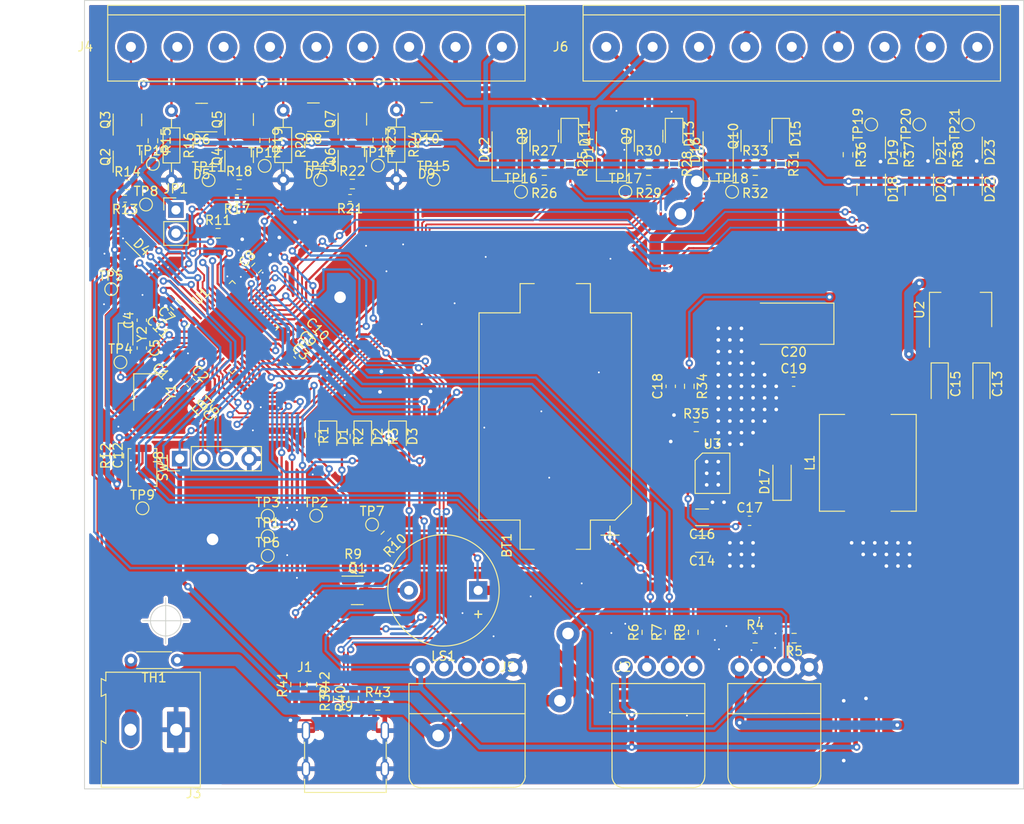
<source format=kicad_pcb>
(kicad_pcb (version 20211014) (generator pcbnew)

  (general
    (thickness 1.6)
  )

  (paper "A4")
  (title_block
    (title "FloatPUMP Basic Boards")
    (date "2022-11-22")
    (rev "1.0")
    (company "www.robtor.de")
  )

  (layers
    (0 "F.Cu" signal)
    (31 "B.Cu" signal)
    (32 "B.Adhes" user "B.Adhesive")
    (33 "F.Adhes" user "F.Adhesive")
    (34 "B.Paste" user)
    (35 "F.Paste" user)
    (36 "B.SilkS" user "B.Silkscreen")
    (37 "F.SilkS" user "F.Silkscreen")
    (38 "B.Mask" user)
    (39 "F.Mask" user)
    (40 "Dwgs.User" user "User.Drawings")
    (41 "Cmts.User" user "User.Comments")
    (42 "Eco1.User" user "User.Eco1")
    (43 "Eco2.User" user "User.Eco2")
    (44 "Edge.Cuts" user)
    (45 "Margin" user)
    (46 "B.CrtYd" user "B.Courtyard")
    (47 "F.CrtYd" user "F.Courtyard")
    (48 "B.Fab" user)
    (49 "F.Fab" user)
    (50 "User.1" user)
    (51 "User.2" user)
    (52 "User.3" user)
    (53 "User.4" user)
    (54 "User.5" user)
    (55 "User.6" user)
    (56 "User.7" user)
    (57 "User.8" user)
    (58 "User.9" user)
  )

  (setup
    (stackup
      (layer "F.SilkS" (type "Top Silk Screen"))
      (layer "F.Paste" (type "Top Solder Paste"))
      (layer "F.Mask" (type "Top Solder Mask") (thickness 0.01))
      (layer "F.Cu" (type "copper") (thickness 0.035))
      (layer "dielectric 1" (type "core") (thickness 1.51) (material "FR4") (epsilon_r 4.5) (loss_tangent 0.02))
      (layer "B.Cu" (type "copper") (thickness 0.035))
      (layer "B.Mask" (type "Bottom Solder Mask") (thickness 0.01))
      (layer "B.Paste" (type "Bottom Solder Paste"))
      (layer "B.SilkS" (type "Bottom Silk Screen"))
      (copper_finish "None")
      (dielectric_constraints no)
    )
    (pad_to_mask_clearance 0)
    (pcbplotparams
      (layerselection 0x00010fc_ffffffff)
      (disableapertmacros false)
      (usegerberextensions false)
      (usegerberattributes true)
      (usegerberadvancedattributes true)
      (creategerberjobfile true)
      (svguseinch false)
      (svgprecision 6)
      (excludeedgelayer true)
      (plotframeref false)
      (viasonmask false)
      (mode 1)
      (useauxorigin false)
      (hpglpennumber 1)
      (hpglpenspeed 20)
      (hpglpendiameter 15.000000)
      (dxfpolygonmode true)
      (dxfimperialunits true)
      (dxfusepcbnewfont true)
      (psnegative false)
      (psa4output false)
      (plotreference true)
      (plotvalue true)
      (plotinvisibletext false)
      (sketchpadsonfab false)
      (subtractmaskfromsilk false)
      (outputformat 1)
      (mirror false)
      (drillshape 1)
      (scaleselection 1)
      (outputdirectory "")
    )
  )

  (net 0 "")
  (net 1 "/cryst1+")
  (net 2 "GND")
  (net 3 "/cryst1-")
  (net 4 "Net-(C3-Pad1)")
  (net 5 "/cryst2+")
  (net 6 "/cryst2-")
  (net 7 "Net-(C6-Pad1)")
  (net 8 "/VBAT")
  (net 9 "/NRST")
  (net 10 "Net-(D1-Pad1)")
  (net 11 "+3.3V")
  (net 12 "Net-(D2-Pad1)")
  (net 13 "Net-(D3-Pad1)")
  (net 14 "/VB")
  (net 15 "T11")
  (net 16 "T13")
  (net 17 "T15")
  (net 18 "T17")
  (net 19 "Net-(C17-Pad1)")
  (net 20 "Net-(C17-Pad2)")
  (net 21 "T20")
  (net 22 "Net-(D11-Pad2)")
  (net 23 "/GPI0")
  (net 24 "/GPI1")
  (net 25 "/GPI2")
  (net 26 "/RRDT")
  (net 27 "/RRCLK")
  (net 28 "/RRSW")
  (net 29 "+5V")
  (net 30 "/I2C1_SDA")
  (net 31 "/I2C1_SCL")
  (net 32 "/USART1_TX")
  (net 33 "/USART1_RX")
  (net 34 "/SWDIO")
  (net 35 "/SWCLK")
  (net 36 "T22")
  (net 37 "unconnected-(J9-PadA8)")
  (net 38 "unconnected-(J9-PadB8)")
  (net 39 "T10")
  (net 40 "T12")
  (net 41 "T14")
  (net 42 "/BOOT0")
  (net 43 "T24")
  (net 44 "T26")
  (net 45 "T28")
  (net 46 "Net-(D13-Pad2)")
  (net 47 "Net-(LS1-Pad2)")
  (net 48 "Net-(Q2-Pad1)")
  (net 49 "Net-(Q2-Pad3)")
  (net 50 "Net-(D15-Pad2)")
  (net 51 "Net-(Q8-Pad1)")
  (net 52 "Net-(Q9-Pad1)")
  (net 53 "Net-(Q10-Pad1)")
  (net 54 "/LED0")
  (net 55 "/LED1")
  (net 56 "/LED2")
  (net 57 "/LED5")
  (net 58 "/LED4")
  (net 59 "/LED3")
  (net 60 "/BEEP")
  (net 61 "/MPWR0")
  (net 62 "/MPWR1")
  (net 63 "/MPWR2")
  (net 64 "/OCHAN0")
  (net 65 "/OCHAN1")
  (net 66 "/OCHAN2")
  (net 67 "/usb_conn/U_D-")
  (net 68 "/USB_FS_D-")
  (net 69 "/usb_conn/U_D+")
  (net 70 "/USB_FS_D+")
  (net 71 "/usb_conn/U_VBUS")
  (net 72 "/USB_FS_VBUS")
  (net 73 "/usb_conn/CC")
  (net 74 "Net-(Q1-Pad1)")
  (net 75 "Net-(Q4-Pad1)")
  (net 76 "Net-(Q4-Pad3)")
  (net 77 "Net-(Q6-Pad1)")
  (net 78 "Net-(Q6-Pad3)")
  (net 79 "Net-(C18-Pad1)")
  (net 80 "Net-(TP4-Pad1)")
  (net 81 "Net-(U3-Pad6)")
  (net 82 "T16")
  (net 83 "T23")
  (net 84 "Net-(J5-Pad2)")
  (net 85 "Net-(J5-Pad3)")
  (net 86 "Net-(J5-Pad4)")
  (net 87 "Net-(J3-Pad2)")

  (footprint "Package_TO_SOT_SMD:SOT-23" (layer "F.Cu") (at 42.3395 89.49575 90))

  (footprint "Resistor_SMD:R_0603_1608Metric" (layer "F.Cu") (at 48.819451 110.461996 -45))

  (footprint "Resistor_SMD:R_0603_1608Metric" (layer "F.Cu") (at 49.911651 109.395196 -45))

  (footprint "TestPoint:TestPoint_Pad_D1.0mm" (layer "F.Cu") (at 57.531 90.4725))

  (footprint "Resistor_SMD:R_0603_1608Metric" (layer "F.Cu") (at 86.995 141.605 90))

  (footprint "Package_TO_SOT_SMD:SOT-23" (layer "F.Cu") (at 38.227 85.217 180))

  (footprint "Resistor_SMD:R_0603_1608Metric" (layer "F.Cu") (at 57.531 87.6785 -90))

  (footprint "TestPoint:TestPoint_Pad_D1.0mm" (layer "F.Cu") (at 84.648 93.343))

  (footprint "LED_SMD:LED_0805_2012Metric" (layer "F.Cu") (at 89.982 86.993 -90))

  (footprint "TerminalBlock:TerminalBlock_Altech_AK300-2_P5.00mm" (layer "F.Cu") (at 35.433 152.273 180))

  (footprint "Capacitor_SMD:C_0603_1608Metric" (layer "F.Cu") (at 98.2472 129.3876))

  (footprint "TestPoint:TestPoint_Pad_D1.0mm" (layer "F.Cu") (at 111.572 85.979 90))

  (footprint "Resistor_SMD:R_0603_1608Metric" (layer "F.Cu") (at 75.758 92.073 180))

  (footprint "Crystal:Crystal_SMD_2012-2Pin_2.0x1.2mm" (layer "F.Cu") (at 29.896451 108.937996 -90))

  (footprint "Resistor_SMD:R_0603_1608Metric" (layer "F.Cu") (at 53.975 120.142 -90))

  (footprint "Diode_SMD:D_SOD-123F" (layer "F.Cu") (at 101.8032 124.9426 90))

  (footprint "Connector_USB:USB_C_Receptacle_Palconn_UTC16-G" (layer "F.Cu") (at 53.975 154.305))

  (footprint "Resistor_THT:R_Axial_DIN0204_L3.6mm_D1.6mm_P7.62mm_Horizontal" (layer "F.Cu") (at 34.925 84.455 -90))

  (footprint "Resistor_SMD:R_0603_1608Metric" (layer "F.Cu") (at 101.666 90.295 -90))

  (footprint "Resistor_SMD:R_0402_1005Metric" (layer "F.Cu") (at 54.483 94.0285 180))

  (footprint "TestPoint:TestPoint_Pad_D1.0mm" (layer "F.Cu") (at 63.627 91.9965))

  (footprint "custom_parts:CAMBLOCK CTB0509-9" (layer "F.Cu") (at 30.48 77.47))

  (footprint "Package_TO_SOT_SMD:SOT-23" (layer "F.Cu") (at 54.737 85.3925 90))

  (footprint "Resistor_SMD:R_0603_1608Metric" (layer "F.Cu") (at 91.6432 114.6556 -90))

  (footprint "Package_TO_SOT_SMD:SOT-23" (layer "F.Cu") (at 98.872 87.247 90))

  (footprint "Capacitor_SMD:C_0603_1608Metric" (layer "F.Cu") (at 38.278451 116.557996 -135))

  (footprint "Resistor_SMD:R_0603_1608Metric" (layer "F.Cu") (at 48.514 147.32 90))

  (footprint "custom_parts:2542R-04" (layer "F.Cu") (at 97.155 145.415))

  (footprint "Package_TO_SOT_SMD:SOT-23" (layer "F.Cu") (at 62.865 85.1385 180))

  (footprint "TestPoint:TestPoint_Pad_D1.0mm" (layer "F.Cu") (at 122.174 85.979 90))

  (footprint "Resistor_SMD:R_0603_1608Metric" (layer "F.Cu") (at 34.4424 107.1372 135))

  (footprint "TestPoint:TestPoint_Pad_D1.0mm" (layer "F.Cu") (at 45.1335 90.51175))

  (footprint "Resistor_SMD:R_0603_1608Metric" (layer "F.Cu") (at 75.758 90.295))

  (footprint "Resistor_SMD:R_0603_1608Metric" (layer "F.Cu") (at 35.357451 105.762996 135))

  (footprint "Package_TO_SOT_SMD:SOT-23" (layer "F.Cu") (at 116.84 93.091 -90))

  (footprint "custom_parts:MP9486A-SOIC-8" (layer "F.Cu") (at 94.1832 124.1806 -90))

  (footprint "Capacitor_Tantalum_SMD:CP_EIA-7343-31_Kemet-D" (layer "F.Cu") (at 103.0732 107.7976 180))

  (footprint "TestPoint:TestPoint_Pad_D1.0mm" (layer "F.Cu") (at 38.989 92.075))

  (footprint "custom_parts:L_MS1040-330M" (layer "F.Cu") (at 111.2012 123.0376 90))

  (footprint "Resistor_SMD:R_0603_1608Metric" (layer "F.Cu") (at 42.3395 92.54375))

  (footprint "Resistor_SMD:R_0603_1608Metric" (layer "F.Cu") (at 119.634 89.281 -90))

  (footprint "Capacitor_SMD:C_0603_1608Metric" (layer "F.Cu") (at 31.674451 110.461996 -90))

  (footprint "TestPoint:TestPoint_Pad_D1.0mm" (layer "F.Cu") (at 31.75 128.016))

  (footprint "Resistor_THT:R_Axial_DIN0204_L3.6mm_D1.6mm_P5.08mm_Horizontal" (layer "F.Cu") (at 35.56 144.653 180))

  (footprint "Package_TO_SOT_SMD:SOT-23" (layer "F.Cu") (at 42.3395 85.43175 90))

  (footprint "Resistor_SMD:R_0603_1608Metric" (layer "F.Cu") (at 54.8132 134.4676))

  (footprint "Resistor_SMD:R_0603_1608Metric" (layer "F.Cu") (at 57.785 120.142 -90))

  (footprint "TestPoint:TestPoint_Pad_D1.0mm" (layer "F.Cu") (at 73.218 93.343))

  (footprint "Package_TO_SOT_SMD:SOT-23" (layer "F.Cu") (at 62.865 88.98775 180))

  (footprint "Capacitor_SMD:C_0603_1608Metric" (layer "F.Cu") (at 37.048459 114.271996 -45))

  (footprint "Package_TO_SOT_SMD:SOT-23" (layer "F.Cu") (at 30.099 89.535 90))

  (footprint "Package_TO_SOT_SMD:SOT-223-3_TabPin2" (layer "F.Cu") (at 121.3612 106.2736 90))

  (footprint "Battery:BatteryHolder_Keystone_1060_1x2032" (layer "F.Cu") (at 76.962 117.9576 90))

  (footprint "TestPoint:TestPoint_Pad_D1.0mm" (layer "F.Cu") (at 56.896 129.794))

  (footprint "TestPoint:TestPoint_Pad_D1.0mm" (layer "F.Cu") (at 51.2295 92.03575))

  (footprint "TestPoint:TestPoint_Pad_D1.0mm" (layer "F.Cu") (at 50.7746 128.8288))

  (footprint "Capacitor_SMD:C_0603_1608Metric" (layer "F.Cu") (at 89.6112 114.6556 90))

  (footprint "LED_SMD:LED_0805_2012Metric" (layer "F.Cu") (at 52.07 120.142 -90))

  (footprint "Package_TO_SOT_SMD:SOT-23" (layer "F.Cu") (at 50.4675 88.98775 180))

  (footprint "Resistor_SMD:R_0603_1608Metric" (layer "F.Cu") (at 30.099 92.583))

  (footprint "Buzzer_Beeper:Buzzer_12x9.5RM7.6" (layer "F.Cu")
    (tedit 5A030281) (tstamp 6fa31809-d81f-41c6-bea0-d8fd9790f4ff)
    (at 68.5192 137.0076 180)
    (descr "Generic Buzzer, D12mm height 9.5mm with RM7.6mm")
    (tags "buzzer")
    (property "Sheetfile" "FloatPUMP.kicad_sch")
    (property "Sheetname" "")
    (path "/cec8e67e-7fd3-401e-a417-3621aeb04922")
    (attr through_hole)
    (fp_text reference "LS1" (at 3.8 -7.2) (layer "F.SilkS")
      (effects (font (size 1 1) (thickness 0.15)))
      (tstamp f06b00bd-a1ad-40d3-85ad-f55ac52084dd)
    )
    (fp_text value "Speaker" (at 3.8 7.4) (layer "F.Fab")
      (effects (font (size 1 1) (thickness 0.15)))
      (tstamp 1d106cb0-a79f-4b4f-a301-e338edea91d7)
    )
    (fp_text user "+" (at -0.01 -2.54) (layer "F.SilkS")
      (effects (font (size 1 1) (thickness 0.15)))
      (tstamp c8a58ae1-6549-496f-8aba-20b165a0b1c1)
    )
    (fp_text user "+" (at -0.01 -2.54) (layer "F.Fab")
      (effects (font (size 1 1) (thickness 0.15)))
      (tstamp 2a2bedb2-a4b1-40a8-bea2-217b99d126d6)
    )
    (fp_text user "${REFERENCE}" (at 3.8 -4) (layer "F.Fab")
      (effects (font (size 1 1) (thickness 0.15)))
      (tstamp 91f1c12b-5578-42ed-b947-5a4d6cf21a19)
    )
    (fp_circle (center 3.8 0) (end 9.9 0) (layer "F.SilkS") (width 0.12) (fill none) (tstamp b1751386-2c55-46ea-8b97-1a4072db2991))
    (fp_circle (center 3.8 0) (end 10.05 0) (layer "F.CrtYd") (width 0.05) (fill none) (tstamp 512930a1-e26a-439c-a01b-411f35d48130))
    (fp_circle (center 3.8 0) (end 9.8 0) (layer "F.Fab") (width 0.1) (fill none) (tstamp 20d8fbbb-acd9-475c-b4a3-d2b56f0cffbe))
    (fp_circle (center 3.8 0) (end 4.8 0) (layer "F.Fab") (width 0.1) (fill none) (tstamp 285fcece-bc3c-442c-87bf-7a338b26a67d))
    (pad "1" thru_hole rect (at 0 0 180) (size 2 2) (drill 1) (layers *.Cu *.Mask)
      (net 29 "+5V") (pinfunction "1") (pintype "input") (tstamp 70964a43-56f4-4a47-878b-0c7c2ff835c4))
    (pad "2" thru_hole circle (at 7.6 0 180) (size 2 2) (drill 1) (layers *.Cu *.Mask)
      (net 47 "Net-(LS1-Pad2)") (pinfunction "2") (pintype "input") (tstamp b8f4855c-32db-4099-ba19-7a04e38cc097))
    (model "${KICAD6_3DMODEL_DIR}/Buzzer_Beeper.3dshapes/Buzzer_12x9.5RM7.6.wrl"
      (offset (xyz 0 0 0)
... [1931536 chars truncated]
</source>
